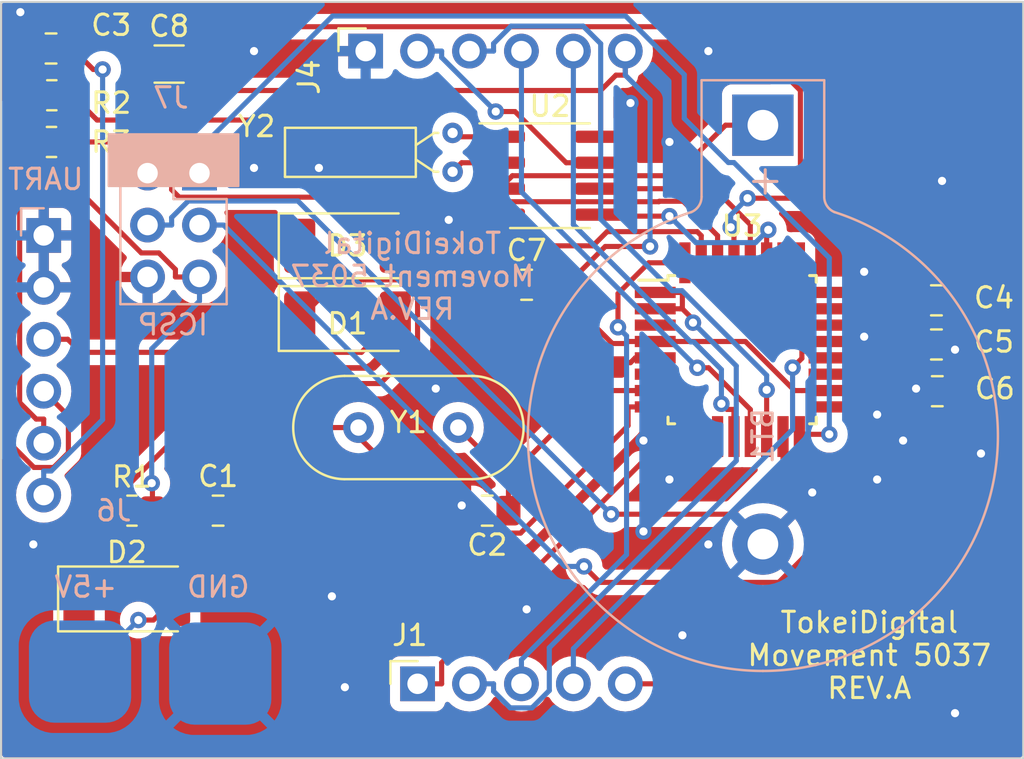
<source format=kicad_pcb>
(kicad_pcb (version 20221018) (generator pcbnew)
  (layers (0 "F.Cu" signal) (31 "B.Cu" signal) (34 "B.Paste" user) (35 "F.Paste" user) (36 "B.SilkS" user "B.Silkscreen") (37 "F.SilkS" user "F.Silkscreen") (38 "B.Mask" user) (39 "F.Mask" user) (44 "Edge.Cuts" user))
  (net 0 "")
  (net 1 "Net-(BT1-+)")
  (net 2 "GND")
  (net 3 "/RST")
  (net 4 "+5V")
  (net 5 "Net-(D1-A)")
  (net 6 "Net-(D2-A)")
  (net 7 "Net-(D3-A)")
  (net 8 "/BTNC")
  (net 9 "/BTNB")
  (net 10 "/BTNA")
  (net 11 "/TIMEC")
  (net 12 "/TIMED")
  (net 13 "Net-(J7-MISO)")
  (net 14 "Net-(J7-SCK)")
  (net 15 "Net-(J7-MOSI)")
  (net 16 "/SDA")
  (net 17 "/SCL")
  (net 18 "Net-(U2-X1)")
  (net 19 "Net-(U2-X2)")
  (net 20 "/1HZ")
  (net 21 "Net-(U3-XTAL2{slash}PB7)")
  (net 22 "Net-(U3-XTAL1{slash}PB6)")
  (net 23 "Net-(U3-AREF)")
  (net 24 "/WS2812_D")
  (net 25 "/TM1637_CLK")
  (net 26 "/TM1637_DIO")
  (net 27 "Net-(U3-PD0)")
  (net 28 "Net-(U3-PD1)")
  (net 37 "Net-(J6-Pin_5)")
  (net 38 "Net-(J6-Pin_4)")
  (net 39 "Net-(J6-Pin_6)")
  (footprint "ClockIt:D_2010" (layer "F.Cu") (at 83.947 74.93)
    (fp_text reference "D3" (at 0 0) (layer "F.SilkS"))
    (fp_text value "1N5817")
    (fp_line (start -3.36 -1.585) (end -3.36 1.585) (stroke (width 0.12)) (layer "F.SilkS"))
    (fp_line (start -3.36 1.585) (end 2.5 1.585) (stroke (width 0.12)) (layer "F.SilkS"))
    (fp_line (start 2.5 -1.585) (end -3.36 -1.585) (stroke (width 0.12)) (layer "F.SilkS"))
    (pad "1" smd roundrect locked (at -2.3375 0) (size 1.525 2.65) (layers "F.Cu" "F.Paste" "F.Mask") (roundrect_rratio 0.1639337705) (net 4 "+5V"))
    (pad "2" smd roundrect locked (at 2.3375 0) (size 1.525 2.65) (layers "F.Cu" "F.Paste" "F.Mask") (roundrect_rratio 0.1639337705) (net 7 "Net-(D3-A)"))
  )
  (footprint "ClockIt:PIN 1x05" (layer "F.Cu") (at 87.376 96.354 90)
    (fp_text reference "J1" (at 2.374 -0.381 180) (layer "F.SilkS"))
    (fp_text value "Pin 1x5")
    (fp_line (start 0 -1.33) (end 1.11 -1.33) (stroke (width 0.12)) (layer "F.SilkS"))
    (fp_line (start 1.11 -1.33) (end 1.11 0) (stroke (width 0.12)) (layer "F.SilkS"))
    (pad "1" thru_hole rect locked (at 0 0 90) (size 1.7 1.7) (drill 1) (layers "*.Cu" "*.Mask") (net 24 "/WS2812_D"))
    (pad "2" thru_hole oval locked (at 0 2.54 90) (size 1.7 1.7) (drill 1) (layers "*.Cu" "*.Mask") (net 25 "/TM1637_CLK"))
    (pad "3" thru_hole oval locked (at 0 5.08 90) (size 1.7 1.7) (drill 1) (layers "*.Cu" "*.Mask") (net 26 "/TM1637_DIO"))
    (pad "4" thru_hole oval locked (at 0 7.62 90) (size 1.7 1.7) (drill 1) (layers "*.Cu" "*.Mask") (net 11 "/TIMEC"))
    (pad "5" thru_hole oval locked (at 0 10.16 90) (size 1.7 1.7) (drill 1) (layers "*.Cu" "*.Mask") (net 12 "/TIMED"))
  )
  (footprint "ClockIt:C_1206" (layer "F.Cu") (at 75.2225 66.04)
    (fp_text reference "C8" (at 0 -1.85) (layer "F.SilkS"))
    (fp_text value "10uF")
    (fp_line (start -0.711252 -0.91) (end 0.711252 -0.91) (stroke (width 0.12)) (layer "F.SilkS"))
    (fp_line (start -0.711252 0.91) (end 0.711252 0.91) (stroke (width 0.12)) (layer "F.SilkS"))
    (pad "1" smd roundrect locked (at -1.5625 0) (size 1.325 1.8) (layers "F.Cu" "F.Paste" "F.Mask") (roundrect_rratio 0.1886792453) (net 4 "+5V"))
    (pad "2" smd roundrect locked (at 1.5625 0) (size 1.325 1.8) (layers "F.Cu" "F.Paste" "F.Mask") (roundrect_rratio 0.1886792453) (net 2 "GND"))
  )
  (footprint "ClockIt:Crystal Horizontal" (layer "F.Cu") (at 89.09 69.408 -90)
    (fp_text reference "Y2" (at -0.32 9.588) (layer "F.SilkS"))
    (fp_text value "32.768KHz")
    (fp_line (start -0.25 1.8) (end -0.25 8.2) (stroke (width 0.12)) (layer "F.SilkS"))
    (fp_line (start -0.25 8.2) (end 2.15 8.2) (stroke (width 0.12)) (layer "F.SilkS"))
    (fp_line (start 0 0.9) (end 0 0.7) (stroke (width 0.12)) (layer "F.SilkS"))
    (fp_line (start 0.6 1.8) (end 0 0.9) (stroke (width 0.12)) (layer "F.SilkS"))
    (fp_line (start 1.3 1.8) (end 1.9 0.9) (stroke (width 0.12)) (layer "F.SilkS"))
    (fp_line (start 1.9 0.9) (end 1.9 0.7) (stroke (width 0.12)) (layer "F.SilkS"))
    (fp_line (start 2.15 1.8) (end -0.25 1.8) (stroke (width 0.12)) (layer "F.SilkS"))
    (fp_line (start 2.15 8.2) (end 2.15 1.8) (stroke (width 0.12)) (layer "F.SilkS"))
    (pad "1" thru_hole circle locked (at 0 0 270) (size 1 1) (drill 0.5) (layers "*.Cu" "*.Mask") (net 18 "Net-(U2-X1)"))
    (pad "2" thru_hole circle locked (at 1.9 0 270) (size 1 1) (drill 0.5) (layers "*.Cu" "*.Mask") (net 19 "Net-(U2-X2)"))
  )
  (footprint "ClockIt:C_0805" (layer "F.Cu") (at 90.7835 87.884 180)
    (fp_text reference "C2" (at 0 -1.68 180) (layer "F.SilkS"))
    (fp_text value "22p")
    (fp_line (start -0.261252 -0.735) (end 0.261252 -0.735) (stroke (width 0.12)) (layer "F.SilkS"))
    (fp_line (start -0.261252 0.735) (end 0.261252 0.735) (stroke (width 0.12)) (layer "F.SilkS"))
    (pad "1" smd roundrect locked (at -1.0375 0 180) (size 1.175 1.45) (layers "F.Cu" "F.Paste" "F.Mask") (roundrect_rratio 0.2127659574) (net 22 "Net-(U3-XTAL1{slash}PB6)"))
    (pad "2" smd roundrect locked (at 1.0375 0 180) (size 1.175 1.45) (layers "F.Cu" "F.Paste" "F.Mask") (roundrect_rratio 0.2127659574) (net 2 "GND"))
  )
  (footprint "ClockIt:C_0805" (layer "F.Cu") (at 77.6185 87.884)
    (fp_text reference "C1" (at 0 -1.68) (layer "F.SilkS"))
    (fp_text value "22p")
    (fp_line (start -0.261252 -0.735) (end 0.261252 -0.735) (stroke (width 0.12)) (layer "F.SilkS"))
    (fp_line (start -0.261252 0.735) (end 0.261252 0.735) (stroke (width 0.12)) (layer "F.SilkS"))
    (pad "1" smd roundrect locked (at -1.0375 0) (size 1.175 1.45) (layers "F.Cu" "F.Paste" "F.Mask") (roundrect_rratio 0.2127659574) (net 21 "Net-(U3-XTAL2{slash}PB7)"))
    (pad "2" smd roundrect locked (at 1.0375 0) (size 1.175 1.45) (layers "F.Cu" "F.Paste" "F.Mask") (roundrect_rratio 0.2127659574) (net 2 "GND"))
  )
  (footprint "ClockIt:C_0805" (layer "F.Cu") (at 69.4475 65.278)
    (fp_text reference "C3" (at 2.9425 -1.143) (layer "F.SilkS"))
    (fp_text value "100nF")
    (fp_line (start -0.261252 -0.735) (end 0.261252 -0.735) (stroke (width 0.12)) (layer "F.SilkS"))
    (fp_line (start -0.261252 0.735) (end 0.261252 0.735) (stroke (width 0.12)) (layer "F.SilkS"))
    (pad "1" smd roundrect locked (at -1.0375 0) (size 1.175 1.45) (layers "F.Cu" "F.Paste" "F.Mask") (roundrect_rratio 0.2127659574) (net 3 "/RST"))
    (pad "2" smd roundrect locked (at 1.0375 0) (size 1.175 1.45) (layers "F.Cu" "F.Paste" "F.Mask") (roundrect_rratio 0.2127659574) (net 39 "Net-(J6-Pin_6)"))
  )
  (footprint "ClockIt:C_0805" (layer "F.Cu") (at 112.7545 79.756)
    (fp_text reference "C5" (at 2.8155 -0.127) (layer "F.SilkS"))
    (fp_text value "100nF")
    (fp_line (start -0.261252 -0.735) (end 0.261252 -0.735) (stroke (width 0.12)) (layer "F.SilkS"))
    (fp_line (start -0.261252 0.735) (end 0.261252 0.735) (stroke (width 0.12)) (layer "F.SilkS"))
    (pad "1" smd roundrect locked (at -1.0375 0) (size 1.175 1.45) (layers "F.Cu" "F.Paste" "F.Mask") (roundrect_rratio 0.2127659574) (net 23 "Net-(U3-AREF)"))
    (pad "2" smd roundrect locked (at 1.0375 0) (size 1.175 1.45) (layers "F.Cu" "F.Paste" "F.Mask") (roundrect_rratio 0.2127659574) (net 2 "GND"))
  )
  (footprint "ClockIt:Crystal Vertical" (layer "F.Cu") (at 84.4865 83.82)
    (fp_text reference "Y1" (at 2.44 -0.254) (layer "F.SilkS"))
    (fp_text value "16MHz")
    (fp_line (start -0.685 -2.525) (end 5.565 -2.525) (stroke (width 0.12)) (layer "F.SilkS"))
    (fp_line (start -0.685 2.525) (end 5.565 2.525) (stroke (width 0.12)) (layer "F.SilkS"))
    (fp_arc (start -0.685 2.525) (mid -3.21 0) (end -0.685 -2.525) (stroke (width 0.12)) (layer "F.SilkS"))
    (fp_arc (start 5.565 -2.525) (mid 8.09 0) (end 5.565 2.525) (stroke (width 0.12)) (layer "F.SilkS"))
    (pad "1" thru_hole circle locked (at 0 0) (size 1.5 1.5) (drill 0.8) (layers "*.Cu" "*.Mask") (net 21 "Net-(U3-XTAL2{slash}PB7)"))
    (pad "2" thru_hole circle locked (at 4.88 0) (size 1.5 1.5) (drill 0.8) (layers "*.Cu" "*.Mask") (net 22 "Net-(U3-XTAL1{slash}PB6)"))
  )
  (footprint "ClockIt:D_2010" (layer "F.Cu") (at 83.947 78.486)
    (fp_text reference "D1" (at 0 0.254) (layer "F.SilkS"))
    (fp_text value "1N5817")
    (fp_line (start -3.36 -1.585) (end -3.36 1.585) (stroke (width 0.12)) (layer "F.SilkS"))
    (fp_line (start -3.36 1.585) (end 2.5 1.585) (stroke (width 0.12)) (layer "F.SilkS"))
    (fp_line (start 2.5 -1.585) (end -3.36 -1.585) (stroke (width 0.12)) (layer "F.SilkS"))
    (pad "1" smd roundrect locked (at -2.3375 0) (size 1.525 2.65) (layers "F.Cu" "F.Paste" "F.Mask") (roundrect_rratio 0.1639337705) (net 4 "+5V"))
    (pad "2" smd roundrect locked (at 2.3375 0) (size 1.525 2.65) (layers "F.Cu" "F.Paste" "F.Mask") (roundrect_rratio 0.1639337705) (net 5 "Net-(D1-A)"))
  )
  (footprint "ClockIt:C_0805" (layer "F.Cu") (at 92.71 76.835)
    (fp_text reference "C7" (at 0 -1.68) (layer "F.SilkS"))
    (fp_text value "100nF")
    (fp_line (start -0.261252 -0.735) (end 0.261252 -0.735) (stroke (width 0.12)) (layer "F.SilkS"))
    (fp_line (start -0.261252 0.735) (end 0.261252 0.735) (stroke (width 0.12)) (layer "F.SilkS"))
    (pad "1" smd roundrect locked (at -1.0375 0) (size 1.175 1.45) (layers "F.Cu" "F.Paste" "F.Mask") (roundrect_rratio 0.2127659574) (net 2 "GND"))
    (pad "2" smd roundrect locked (at 1.0375 0) (size 1.175 1.45) (layers "F.Cu" "F.Paste" "F.Mask") (roundrect_rratio 0.2127659574) (net 4 "+5V"))
  )
  (footprint "ClockIt:SOIC-8" (layer "F.Cu") (at 93.853 71.501)
    (fp_text reference "U2" (at 0 -3.4) (layer "F.SilkS"))
    (fp_text value "DS1307")
    (fp_line (start 0 -2.56) (end -3.45 -2.56) (stroke (width 0.12)) (layer "F.SilkS"))
    (fp_line (start 0 -2.56) (end 1.95 -2.56) (stroke (width 0.12)) (layer "F.SilkS"))
    (fp_line (start 0 2.56) (end -1.95 2.56) (stroke (width 0.12)) (layer "F.SilkS"))
    (fp_line (start 0 2.56) (end 1.95 2.56) (stroke (width 0.12)) (layer "F.SilkS"))
    (pad "1" smd roundrect locked (at -2.475 -1.905) (size 2.5 0.6) (layers "F.Cu" "F.Paste" "F.Mask") (net 18 "Net-(U2-X1)"))
    (pad "2" smd roundrect locked (at -2.475 -0.635) (size 2.5 0.6) (layers "F.Cu" "F.Paste" "F.Mask") (net 19 "Net-(U2-X2)"))
    (pad "3" smd roundrect locked (at -2.475 0.635) (size 2.5 0.6) (layers "F.Cu" "F.Paste" "F.Mask") (net 1 "Net-(BT1-+)"))
    (pad "4" smd roundrect locked (at -2.475 1.905) (size 2.5 0.6) (layers "F.Cu" "F.Paste" "F.Mask") (net 2 "GND"))
    (pad "5" smd roundrect locked (at 2.475 1.905) (size 2.5 0.6) (layers "F.Cu" "F.Paste" "F.Mask") (net 16 "/SDA"))
    (pad "6" smd roundrect locked (at 2.475 0.635) (size 2.5 0.6) (layers "F.Cu" "F.Paste" "F.Mask") (net 17 "/SCL"))
    (pad "7" smd roundrect locked (at 2.475 -0.635) (size 2.5 0.6) (layers "F.Cu" "F.Paste" "F.Mask") (net 20 "/1HZ"))
    (pad "8" smd roundrect locked (at 2.475 -1.905) (size 2.5 0.6) (layers "F.Cu" "F.Paste" "F.Mask") (net 4 "+5V"))
  )
  (footprint "ClockIt:R_0805" (layer "F.Cu") (at 69.485 67.564)
    (fp_text reference "R2" (at 2.905 0.381) (layer "F.SilkS"))
    (fp_text value "10K")
    (fp_line (start -0.227064 -0.735) (end 0.227064 -0.735) (stroke (width 0.12)) (layer "F.SilkS"))
    (fp_line (start -0.227064 0.735) (end 0.227064 0.735) (stroke (width 0.12)) (layer "F.SilkS"))
    (pad "1" smd roundrect locked (at -1 0) (size 1.2 1.4) (layers "F.Cu" "F.Paste" "F.Mask") (roundrect_rratio 0.2083333333) (net 38 "Net-(J6-Pin_4)"))
    (pad "2" smd roundrect locked (at 1 0) (size 1.2 1.4) (layers "F.Cu" "F.Paste" "F.Mask") (roundrect_rratio 0.2083333333) (net 27 "Net-(U3-PD0)"))
  )
  (footprint "ClockIt:TQFP-32" (layer "F.Cu") (at 103.251 80.01)
    (fp_text reference "U3" (at 0 -6.05) (layer "F.SilkS"))
    (fp_text value "ATmega328PB-QFP")
    (fp_line (start -3.625 -3.625) (end -3.625 -3.4) (stroke (width 0.15)) (layer "F.SilkS"))
    (fp_line (start -3.625 -3.625) (end -3.3 -3.625) (stroke (width 0.15)) (layer "F.SilkS"))
    (fp_line (start -3.625 -3.4) (end -5.05 -3.4) (stroke (width 0.15)) (layer "F.SilkS"))
    (fp_line (start -3.625 3.625) (end -3.625 3.3) (stroke (width 0.15)) (layer "F.SilkS"))
    (fp_line (start -3.625 3.625) (end -3.3 3.625) (stroke (width 0.15)) (layer "F.SilkS"))
    (fp_line (start 3.625 -3.625) (end 3.3 -3.625) (stroke (width 0.15)) (layer "F.SilkS"))
    (fp_line (start 3.625 -3.625) (end 3.625 -3.3) (stroke (width 0.15)) (layer "F.SilkS"))
    (fp_line (start 3.625 3.625) (end 3.3 3.625) (stroke (width 0.15)) (layer "F.SilkS"))
    (fp_line (start 3.625 3.625) (end 3.625 3.3) (stroke (width 0.15)) (layer "F.SilkS"))
    (pad "1" smd rect locked (at -4.25 -2.8) (size 2 0.55) (layers "F.Cu" "F.Paste" "F.Mask") (net 25 "/TM1637_CLK"))
    (pad "2" smd rect locked (at -4.25 -2) (size 2 0.55) (layers "F.Cu" "F.Paste" "F.Mask") (net 25 "/TM1637_CLK"))
    (pad "3" smd rect locked (at -4.25 -1.2) (size 2 0.55) (layers "F.Cu" "F.Paste" "F.Mask"))
    (pad "4" smd rect locked (at -4.25 -0.4) (size 2 0.55) (layers "F.Cu" "F.Paste" "F.Mask") (net 4 "+5V"))
    (pad "5" smd rect locked (at -4.25 0.4) (size 2 0.55) (layers "F.Cu" "F.Paste" "F.Mask") (net 2 "GND"))
    (pad "6" smd rect locked (at -4.25 1.2) (size 2 0.55) (layers "F.Cu" "F.Paste" "F.Mask"))
    (pad "7" smd rect locked (at -4.25 2) (size 2 0.55) (layers "F.Cu" "F.Paste" "F.Mask") (net 22 "Net-(U3-XTAL1{slash}PB6)"))
    (pad "8" smd rect locked (at -4.25 2.8) (size 2 0.55) (layers "F.Cu" "F.Paste" "F.Mask") (net 21 "Net-(U3-XTAL2{slash}PB7)"))
    (pad "9" smd rect locked (at -2.8 4.25 90) (size 2 0.55) (layers "F.Cu" "F.Paste" "F.Mask") (net 24 "/WS2812_D"))
    (pad "10" smd rect locked (at -2 4.25 90) (size 2 0.55) (layers "F.Cu" "F.Paste" "F.Mask"))
    (pad "11" smd rect locked (at -1.2 4.25 90) (size 2 0.55) (layers "F.Cu" "F.Paste" "F.Mask"))
    (pad "12" smd rect locked (at -0.4 4.25 90) (size 2 0.55) (layers "F.Cu" "F.Paste" "F.Mask") (net 10 "/BTNA"))
    (pad "13" smd rect locked (at 0.4 4.25 90) (size 2 0.55) (layers "F.Cu" "F.Paste" "F.Mask") (net 9 "/BTNB"))
    (pad "14" smd rect locked (at 1.2 4.25 90) (size 2 0.55) (layers "F.Cu" "F.Paste" "F.Mask") (net 8 "/BTNC"))
    (pad "15" smd rect locked (at 2 4.25 90) (size 2 0.55) (layers "F.Cu" "F.Paste" "F.Mask") (net 15 "Net-(J7-MOSI)"))
    (pad "16" smd rect locked (at 2.8 4.25 90) (size 2 0.55) (layers "F.Cu" "F.Paste" "F.Mask") (net 13 "Net-(J7-MISO)"))
    (pad "17" smd rect locked (at 4.25 2.8) (size 2 0.55) (layers "F.Cu" "F.Paste" "F.Mask") (net 14 "Net-(J7-SCK)"))
    (pad "18" smd rect locked (at 4.25 2) (size 2 0.55) (layers "F.Cu" "F.Paste" "F.Mask") (net 4 "+5V"))
    (pad "19" smd rect locked (at 4.25 1.2) (size 2 0.55) (layers "F.Cu" "F.Paste" "F.Mask"))
    (pad "20" smd rect locked (at 4.25 0.4) (size 2 0.55) (layers "F.Cu" "F.Paste" "F.Mask") (net 23 "Net-(U3-AREF)"))
    (pad "21" smd rect locked (at 4.25 -0.4) (size 2 0.55) (layers "F.Cu" "F.Paste" "F.Mask") (net 2 "GND"))
    (pad "22" smd rect locked (at 4.25 -1.2) (size 2 0.55) (layers "F.Cu" "F.Paste" "F.Mask"))
    (pad "23" smd rect locked (at 4.25 -2) (size 2 0.55) (layers "F.Cu" "F.Paste" "F.Mask") (net 12 "/TIMED"))
    (pad "24" smd rect locked (at 4.25 -2.8) (size 2 0.55) (layers "F.Cu" "F.Paste" "F.Mask") (net 11 "/TIMEC"))
    (pad "25" smd rect locked (at 2.8 -4.25 90) (size 2 0.55) (layers "F.Cu" "F.Paste" "F.Mask"))
    (pad "26" smd rect locked (at 2 -4.25 90) (size 2 0.55) (layers "F.Cu" "F.Paste" "F.Mask"))
    (pad "27" smd rect locked (at 1.2 -4.25 90) (size 2 0.55) (layers "F.Cu" "F.Paste" "F.Mask") (net 16 "/SDA"))
    (pad "28" smd rect locked (at 0.4 -4.25 90) (size 2 0.55) (layers "F.Cu" "F.Paste" "F.Mask") (net 17 "/SCL"))
    (pad "29" smd rect locked (at -0.4 -4.25 90) (size 2 0.55) (layers "F.Cu" "F.Paste" "F.Mask") (net 3 "/RST"))
    (pad "30" smd rect locked (at -1.2 -4.25 90) (size 2 0.55) (layers "F.Cu" "F.Paste" "F.Mask") (net 27 "Net-(U3-PD0)"))
    (pad "31" smd rect locked (at -2 -4.25 90) (size 2 0.55) (layers "F.Cu" "F.Paste" "F.Mask") (net 28 "Net-(U3-PD1)"))
    (pad "32" smd rect locked (at -2.8 -4.25 90) (size 2 0.55) (layers "F.Cu" "F.Paste" "F.Mask") (net 26 "/TM1637_DIO"))
  )
  (footprint "ClockIt:D_2010" (layer "F.Cu") (at 73.152 92.202)
    (fp_text reference "D2" (at 0 -2.28) (layer "F.SilkS"))
    (fp_text value "1N5817")
    (fp_line (start -3.36 -1.585) (end -3.36 1.585) (stroke (width 0.12)) (layer "F.SilkS"))
    (fp_line (start -3.36 1.585) (end 2.5 1.585) (stroke (width 0.12)) (layer "F.SilkS"))
    (fp_line (start 2.5 -1.585) (end -3.36 -1.585) (stroke (width 0.12)) (layer "F.SilkS"))
    (pad "1" smd roundrect locked (at -2.3375 0) (size 1.525 2.65) (layers "F.Cu" "F.Paste" "F.Mask") (roundrect_rratio 0.1639337705) (net 4 "+5V"))
    (pad "2" smd roundrect locked (at 2.3375 0) (size 1.525 2.65) (layers "F.Cu" "F.Paste" "F.Mask") (roundrect_rratio 0.1639337705) (net 6 "Net-(D2-A)"))
  )
  (footprint "ClockIt:R_0805" (layer "F.Cu") (at 73.406 87.884)
    (fp_text reference "R1" (at 0 -1.65) (layer "F.SilkS"))
    (fp_text value "10K")
    (fp_line (start -0.227064 -0.735) (end 0.227064 -0.735) (stroke (width 0.12)) (layer "F.SilkS"))
    (fp_line (start -0.227064 0.735) (end 0.227064 0.735) (stroke (width 0.12)) (layer "F.SilkS"))
    (pad "1" smd roundrect locked (at -1 0) (size 1.2 1.4) (layers "F.Cu" "F.Paste" "F.Mask") (roundrect_rratio 0.2083333333) (net 4 "+5V"))
    (pad "2" smd roundrect locked (at 1 0) (size 1.2 1.4) (layers "F.Cu" "F.Paste" "F.Mask") (roundrect_rratio 0.2083333333) (net 3 "/RST"))
  )
  (footprint "ClockIt:R_0805" (layer "F.Cu") (at 69.469 69.85)
    (fp_text reference "R3" (at 2.921 0) (layer "F.SilkS"))
    (fp_text value "10K")
    (fp_line (start -0.227064 -0.735) (end 0.227064 -0.735) (stroke (width 0.12)) (layer "F.SilkS"))
    (fp_line (start -0.227064 0.735) (end 0.227064 0.735) (stroke (width 0.12)) (layer "F.SilkS"))
    (pad "1" smd roundrect locked (at -1 0) (size 1.2 1.4) (layers "F.Cu" "F.Paste" "F.Mask") (roundrect_rratio 0.2083333333) (net 37 "Net-(J6-Pin_5)"))
    (pad "2" smd roundrect locked (at 1 0) (size 1.2 1.4) (layers "F.Cu" "F.Paste" "F.Mask") (roundrect_rratio 0.2083333333) (net 28 "Net-(U3-PD1)"))
  )
  (footprint "ClockIt:C_0805" (layer "F.Cu") (at 112.7975 82.042)
    (fp_text reference "C6" (at 2.8155 -0.127) (layer "F.SilkS"))
    (fp_text value "100nF")
    (fp_line (start -0.261252 -0.735) (end 0.261252 -0.735) (stroke (width 0.12)) (layer "F.SilkS"))
    (fp_line (start -0.261252 0.735) (end 0.261252 0.735) (stroke (width 0.12)) (layer "F.SilkS"))
    (pad "1" smd roundrect locked (at -1.0375 0) (size 1.175 1.45) (layers "F.Cu" "F.Paste" "F.Mask") (roundrect_rratio 0.2127659574) (net 2 "GND"))
    (pad "2" smd roundrect locked (at 1.0375 0) (size 1.175 1.45) (layers "F.Cu" "F.Paste" "F.Mask") (roundrect_rratio 0.2127659574) (net 4 "+5V"))
  )
  (footprint "ClockIt:PIN 1x06" (layer "F.Cu") (at 84.836 65.405 90)
    (fp_text reference "J4" (at -1.27 -2.77 90) (layer "F.SilkS"))
    (fp_text value "Pin 1x6")
    (fp_line (start 0 -1.33) (end 1.11 -1.33) (stroke (width 0.12)) (layer "F.SilkS"))
    (fp_line (start 1.11 -1.33) (end 1.11 0) (stroke (width 0.12)) (layer "F.SilkS"))
    (pad "1" thru_hole rect locked (at 0 0 90) (size 1.7 1.7) (drill 1) (layers "*.Cu" "*.Mask") (net 2 "GND"))
    (pad "2" thru_hole oval locked (at 0 2.54 90) (size 1.7 1.7) (drill 1) (layers "*.Cu" "*.Mask") (net 20 "/1HZ"))
    (pad "3" thru_hole oval locked (at 0 5.08 90) (size 1.7 1.7) (drill 1) (layers "*.Cu" "*.Mask") (net 8 "/BTNC"))
    (pad "4" thru_hole oval locked (at 0 7.62 90) (size 1.7 1.7) (drill 1) (layers "*.Cu" "*.Mask") (net 9 "/BTNB"))
    (pad "5" thru_hole oval locked (at 0 10.16 90) (size 1.7 1.7) (drill 1) (layers "*.Cu" "*.Mask") (net 10 "/BTNA"))
    (pad "6" thru_hole oval locked (at 0 12.7 90) (size 1.7 1.7) (drill 1) (layers "*.Cu" "*.Mask") (net 4 "+5V"))
  )
  (footprint "ClockIt:C_0805" (layer "F.Cu") (at 112.7545 77.597)
    (fp_text reference "C4" (at 2.8155 -0.127) (layer "F.SilkS"))
    (fp_text value "100nF")
    (fp_line (start -0.261252 -0.735) (end 0.261252 -0.735) (stroke (width 0.12)) (layer "F.SilkS"))
    (fp_line (start -0.261252 0.735) (end 0.261252 0.735) (stroke (width 0.12)) (layer "F.SilkS"))
    (pad "1" smd roundrect locked (at -1.0375 0) (size 1.175 1.45) (layers "F.Cu" "F.Paste" "F.Mask") (roundrect_rratio 0.2127659574) (net 3 "/RST"))
    (pad "2" smd roundrect locked (at 1.0375 0) (size 1.175 1.45) (layers "F.Cu" "F.Paste" "F.Mask") (roundrect_rratio 0.2127659574) (net 2 "GND"))
  )
  (footprint "ClockIt:Power Pin" (layer "B.Cu") (at 70.866 95.758 180)
    (fp_text reference "J8" hide)
    (fp_text value "PowerPad")
    (pad "1" smd roundrect locked (at 0 0 180) (size 5 5) (layers "B.Cu" "B.Paste" "B.Mask") (net 6 "Net-(D2-A)"))
  )
  (footprint "ClockIt:Power Pin" (layer "B.Cu") (at 77.724 95.854 180)
    (fp_text reference "J5" hide)
    (fp_text value "PowerPad")
    (pad "1" smd roundrect locked (at 0 0 180) (size 5 5) (layers "B.Cu" "B.Paste" "B.Mask") (net 2 "GND"))
  )
  (footprint "ClockIt:PIN 1x06" (layer "B.Cu") (at 69.088 74.422 180)
    (fp_text reference locked "J6" (at -3.429 -13.462) (layer "B.SilkS") (effects (justify mirror)))
    (fp_text value "Pin 1x6" hide)
    (fp_line (start 0 1.33) (end 1.11 1.33) (stroke (width 0.12)) (layer "B.SilkS"))
    (fp_line (start 1.11 1.33) (end 1.11 0) (stroke (width 0.12)) (layer "B.SilkS"))
    (pad "1" thru_hole rect locked (at 0 0 180) (size 1.7 1.7) (drill 1) (layers "*.Cu" "*.Mask") (net 2 "GND"))
    (pad "2" thru_hole oval locked (at 0 -2.54 180) (size 1.7 1.7) (drill 1) (layers "*.Cu" "*.Mask") (net 2 "GND"))
    (pad "3" thru_hole oval locked (at 0 -5.08 180) (size 1.7 1.7) (drill 1) (layers "*.Cu" "*.Mask") (net 5 "Net-(D1-A)"))
    (pad "4" thru_hole oval locked (at 0 -7.62 180) (size 1.7 1.7) (drill 1) (layers "*.Cu" "*.Mask") (net 38 "Net-(J6-Pin_4)"))
    (pad "5" thru_hole oval locked (at 0 -10.16 180) (size 1.7 1.7) (drill 1) (layers "*.Cu" "*.Mask") (net 37 "Net-(J6-Pin_5)"))
    (pad "6" thru_hole oval locked (at 0 -12.7 180) (size 1.7 1.7) (drill 1) (layers "*.Cu" "*.Mask") (net 39 "Net-(J6-Pin_6)"))
  )
  (footprint "ClockIt:CR2032 Holder" (layer "B.Cu") (at 104.267 69.03 -90)
    (fp_text reference locked "BT1" (at 15.199956 -0.000011 90) (layer "B.SilkS") (effects (justify mirror)))
    (fp_text value "CR3032 Holder")
    (fp_text user locked "+" (at 2.75 0 90) (layer "B.SilkS") (effects (font (size 1.5 1.5)) (justify mirror)))
    (fp_line (start -2.2 -3) (end -2.2 3) (stroke (width 0.12)) (layer "B.SilkS"))
    (fp_line (start -2.2 -3) (end 3.5 -3) (stroke (width 0.12)) (layer "B.SilkS"))
    (fp_line (start -2.2 3) (end 3.5 3) (stroke (width 0.12)) (layer "B.SilkS"))
    (fp_arc (start 3.5 3) (mid 3.950694 3.136459) (end 4.25 3.5) (stroke (width 0.12)) (layer "B.SilkS"))
    (fp_arc (start 4.25 -3.5) (mid 3.950694 -3.136459) (end 3.5 -3) (stroke (width 0.12)) (layer "B.SilkS"))
    (fp_arc (start 4.25 -3.5) (mid 16.971103 -11.358466) (end 26.695671 0) (stroke (width 0.12)) (layer "B.SilkS"))
    (fp_arc (start 26.695671 0) (mid 16.971103 11.358466) (end 4.25 3.5) (stroke (width 0.12)) (layer "B.SilkS"))
    (pad "1" thru_hole rect locked (at 0 0 270) (size 3 3) (drill 1.5) (layers "*.Cu" "*.Mask") (net 1 "Net-(BT1-+)"))
    (pad "2" thru_hole circle locked (at 20.49 0 270) (size 3 3) (drill 1.5) (layers "*.Cu" "*.Mask") (net 2 "GND"))
  )
  (footprint "ClockIt:PIN 2x03" (layer "B.Cu") (at 76.708 71.374 180)
    (fp_text reference locked "J7" (at 1.397 3.683) (layer "B.SilkS") (effects (justify mirror)))
    (fp_text value "AVR-ISP" hide)
    (fp_line (start -1.33 -6.41) (end 3.87 -6.41) (stroke (width 0.12)) (layer "B.SilkS"))
    (fp_line (start -1.33 -1.27) (end -1.33 -6.41) (stroke (width 0.12)) (layer "B.SilkS"))
    (fp_line (start -1.33 -1.27) (end 1.27 -1.27) (stroke (width 0.12)) (layer "B.SilkS"))
    (fp_line (start -1.33 0) (end -1.33 1.33) (stroke (width 0.12)) (layer "B.SilkS"))
    (fp_line (start -1.33 1.33) (end 0 1.33) (stroke (width 0.12)) (layer "B.SilkS"))
    (fp_line (start 1.27 -1.27) (end 1.27 1.33) (stroke (width 0.12)) (layer "B.SilkS"))
    (fp_line (start 1.27 1.33) (end 3.87 1.33) (stroke (width 0.12)) (layer "B.SilkS"))
    (fp_line (start 3.87 1.33) (end 3.87 -6.41) (stroke (width 0.12)) (layer "B.SilkS"))
    (fp_rect (start -1.905 1.905) (end 4.445 -0.635) (stroke (width 0.1)) (fill solid) (layer "B.SilkS"))
    (pad "1" thru_hole rect locked (at 0 0 180) (size 1.7 1.7) (drill 1) (layers "*.Cu" "*.Mask") (net 13 "Net-(J7-MISO)"))
    (pad "2" thru_hole oval locked (at 2.54 0 180) (size 1.7 1.7) (drill 1) (layers "*.Cu" "*.Mask") (net 7 "Net-(D3-A)"))
    (pad "3" thru_hole oval locked (at 0 -2.54 180) (size 1.7 1.7) (drill 1) (layers "*.Cu" "*.Mask") (net 14 "Net-(J7-SCK)"))
    (pad "4" thru_hole oval locked (at 2.54 -2.54 180) (size 1.7 1.7) (drill 1) (layers "*.Cu" "*.Mask") (net 15 "Net-(J7-MOSI)"))
    (pad "5" thru_hole oval locked (at 0 -5.08 180) (size 1.7 1.7) (drill 1) (layers "*.Cu" "*.Mask") (net 3 "/RST"))
    (pad "6" thru_hole oval locked (at 2.54 -5.08 180) (size 1.7 1.7) (drill 1) (layers "*.Cu" "*.Mask") (net 2 "GND"))
  )
  (gr_rect (start 67 63) (end 117 100) (stroke (width 0.1)) (fill none) (layer "Edge.Cuts"))
  (gr_text locked "+5V" (at 72.771 92.202) (layer "B.SilkS") (effects (font (size 1 1)) (justify left bottom mirror)))
  (gr_text locked "GND" (at 79.248 92.202) (layer "B.SilkS") (effects (font (size 1 1)) (justify left bottom mirror)))
  (gr_text locked "TokeiDigital\nMovement 5037\nREV.A" (at 87.122 78.613) (layer "B.SilkS") (effects (font (size 1 1)) (justify bottom mirror)))
  (gr_text locked "UART" (at 71.12 72.263) (layer "B.SilkS") (effects (font (size 1 1)) (justify left bottom mirror)))
  (gr_text locked "ICSP" (at 77.216 79.375) (layer "B.SilkS") (effects (font (size 1 1)) (justify left bottom mirror)))
  (gr_text "TokeiDigital\nMovement 5037\nREV.A" (at 109.474 97.155) (layer "F.SilkS") (effects (font (size 1 1)) (justify bottom)))
  (segment (start 92.013 71.501) (end 91.378 72.136) (width 0.25) (layer "F.Cu") (net 1))
  (segment (start 99.9691 71.501) (end 92.013 71.501) (width 0.25) (layer "F.Cu") (net 1))
  (segment (start 102.4401 69.03) (end 99.9691 71.501) (width 0.25) (layer "F.Cu") (net 1))
  (segment (start 104.267 69.03) (end 102.4401 69.03) (width 0.25) (layer "F.Cu") (net 1))
  (segment (start 88.9 73.66) (end 91.124 73.66) (width 0.25) (layer "F.Cu") (net 2))
  (segment (start 99.001 80.41) (end 98.025 80.41) (width 0.25) (layer "F.Cu") (net 2))
  (segment (start 97.79 80.645) (end 95.885 80.645) (width 0.25) (layer "F.Cu") (net 2))
  (segment (start 98.025 80.41) (end 97.79 80.645) (width 0.25) (layer "F.Cu") (net 2))
  (segment (start 91.124 73.66) (end 91.378 73.406) (width 0.25) (layer "F.Cu") (net 2))
  (segment (start 108.985 79.61) (end 109.22 79.375) (width 0.25) (layer "F.Cu") (net 2))
  (segment (start 107.501 79.61) (end 108.985 79.61) (width 0.25) (layer "F.Cu") (net 2))
  (via (at 106.68 86.995) (size 0.8) (drill 0.4) (layers "F.Cu" "B.Cu") (net 2))
  (via (at 99.695 86.36) (size 0.8) (drill 0.4) (layers "F.Cu" "B.Cu") (net 2))
  (via (at 101.6 89.535) (size 0.8) (drill 0.4) (layers "F.Cu" "B.Cu") (net 2))
  (via (at 109.22 79.375) (size 0.8) (drill 0.4) (layers "F.Cu" "B.Cu") (net 2))
  (via (at 67.945 63.5) (size 0.8) (drill 0.4) (layers "F.Cu" "B.Cu") (net 2))
  (via (at 83.185 92.075) (size 0.8) (drill 0.4) (layers "F.Cu" "B.Cu") (net 2))
  (via (at 113.03 71.755) (size 0.8) (drill 0.4) (layers "F.Cu" "B.Cu") (net 2))
  (via (at 113.665 97.79) (size 0.8) (drill 0.4) (layers "F.Cu" "B.Cu") (net 2))
  (via (at 79.375 65.405) (size 0.8) (drill 0.4) (layers "F.Cu" "B.Cu") (net 2))
  (via (at 109.855 83.185) (size 0.8) (drill 0.4) (layers "F.Cu" "B.Cu") (net 2))
  (via (at 68.58 89.535) (size 0.8) (drill 0.4) (layers "F.Cu" "B.Cu") (net 2))
  (via (at 88.9 73.66) (size 0.8) (drill 0.4) (layers "F.Cu" "B.Cu") (net 2))
  (via (at 92.71 92.71) (size 0.8) (drill 0.4) (layers "F.Cu" "B.Cu") (net 2))
  (via (at 83.82 96.52) (size 0.8) (drill 0.4) (layers "F.Cu" "B.Cu") (net 2))
  (via (at 109.855 86.36) (size 0.8) (drill 0.4) (layers "F.Cu" "B.Cu") (net 2))
  (via (at 114.935 85.09) (size 0.8) (drill 0.4) (layers "F.Cu" "B.Cu") (net 2))
  (via (at 97.79 67.945) (size 0.8) (drill 0.4) (layers "F.Cu" "B.Cu") (net 2))
  (via (at 100.33 93.98) (size 0.8) (drill 0.4) (layers "F.Cu" "B.Cu") (net 2))
  (via (at 99.695 69.85) (size 0.8) (drill 0.4) (layers "F.Cu" "B.Cu") (net 2))
  (via (at 79.375 71.12) (size 0.8) (drill 0.4) (layers "F.Cu" "B.Cu") (net 2))
  (via (at 113.665 80.01) (size 0.8) (drill 0.4) (layers "F.Cu" "B.Cu") (net 2))
  (via (at 109.22 76.2) (size 0.8) (drill 0.4) (layers "F.Cu" "B.Cu") (net 2))
  (via (at 98.425 84.455) (size 0.8) (drill 0.4) (layers "F.Cu" "B.Cu") (net 2))
  (via (at 111.76 81.915) (size 0.8) (drill 0.4) (layers "F.Cu" "B.Cu") (net 2))
  (via (at 98.425 88.9) (size 0.8) (drill 0.4) (layers "F.Cu" "B.Cu") (net 2))
  (via (at 82.55 71.12) (size 0.8) (drill 0.4) (layers "F.Cu" "B.Cu") (net 2))
  (via (at 89.535 87.63) (size 0.8) (drill 0.4) (layers "F.Cu" "B.Cu") (net 2))
  (via (at 111.125 84.455) (size 0.8) (drill 0.4) (layers "F.Cu" "B.Cu") (net 2))
  (via (at 101.6 65.405) (size 0.8) (drill 0.4) (layers "F.Cu" "B.Cu") (net 2))
  (via (at 88.265 81.915) (size 0.8) (drill 0.4) (layers "F.Cu" "B.Cu") (net 2))
  (segment (start 69.485 66.1548) (end 68.6921 65.3619) (width 0.25) (layer "F.Cu") (net 3))
  (segment (start 73.8624 75.2771) (end 69.485 70.8997) (width 0.25) (layer "F.Cu") (net 3))
  (segment (start 106.1015 72.6015) (end 103.5172 72.6015) (width 0.25) (layer "F.Cu") (net 3))
  (segment (start 111.717 77.597) (end 106.7215 72.6015) (width 0.25) (layer "F.Cu") (net 3))
  (segment (start 102.6904 74.025) (end 102.851 74.1856) (width 0.25) (layer "F.Cu") (net 3))
  (segment (start 106.7215 72.6015) (end 106.1015 72.6015) (width 0.25) (layer "F.Cu") (net 3))
  (segment (start 102.851 74.1856) (end 102.851 75.76) (width 0.25) (layer "F.Cu") (net 3))
  (segment (start 75.5311 76.454) (end 75.5311 76.0861) (width 0.25) (layer "F.Cu") (net 3))
  (segment (start 76.708 76.454) (end 75.5311 76.454) (width 0.25) (layer "F.Cu") (net 3))
  (segment (start 74.406 86.5737) (end 74.3716 86.5393) (width 0.25) (layer "F.Cu") (net 3))
  (segment (start 106.1015 72.6015) (end 106.1015 67.3339) (width 0.25) (layer "F.Cu") (net 3))
  (segment (start 74.406 87.884) (end 74.406 86.5737) (width 0.25) (layer "F.Cu") (net 3))
  (segment (start 69.485 70.8997) (end 69.485 66.1548) (width 0.25) (layer "F.Cu") (net 3))
  (segment (start 106.1015 67.3339) (end 102.9803 64.2127) (width 0.25) (layer "F.Cu") (net 3))
  (segment (start 102.9803 64.2127) (end 69.8413 64.2127) (width 0.25) (layer "F.Cu") (net 3))
  (segment (start 69.8413 64.2127) (end 68.6921 65.3619) (width 0.25) (layer "F.Cu") (net 3))
  (segment (start 75.5311 76.0861) (end 74.7221 75.2771) (width 0.25) (layer "F.Cu") (net 3))
  (segment (start 74.7221 75.2771) (end 73.8624 75.2771) (width 0.25) (layer "F.Cu") (net 3))
  (segment (start 68.6921 65.3619) (end 68.6082 65.278) (width 0.25) (layer "F.Cu") (net 3))
  (segment (start 68.6082 65.278) (end 68.41 65.278) (width 0.25) (layer "F.Cu") (net 3))
  (via (at 74.3716 86.5393) (size 0.8) (drill 0.4) (layers "F.Cu" "B.Cu") (net 3))
  (via (at 103.5172 72.6015) (size 0.8) (drill 0.4) (layers "F.Cu" "B.Cu") (net 3))
  (via (at 102.6904 74.025) (size 0.8) (drill 0.4) (layers "F.Cu" "B.Cu") (net 3))
  (segment (start 102.6904 73.4283) (end 102.6904 74.025) (width 0.25) (layer "B.Cu") (net 3))
  (segment (start 76.708 77.6309) (end 74.3716 79.9673) (width 0.25) (layer "B.Cu") (net 3))
  (segment (start 76.708 76.454) (end 76.708 77.6309) (width 0.25) (layer "B.Cu") (net 3))
  (segment (start 74.3716 79.9673) (end 74.3716 86.5393) (width 0.25) (layer "B.Cu") (net 3))
  (segment (start 103.5172 72.6015) (end 102.6904 73.4283) (width 0.25) (layer "B.Cu") (net 3))
  (segment (start 99.001 79.61) (end 103.4127 79.61) (width 0.25) (layer "F.Cu") (net 4))
  (segment (start 98.7472 74.9619) (end 96.5572 74.9619) (width 0.25) (layer "F.Cu") (net 4))
  (segment (start 72.406 87.884) (end 72.406 87.4546) (width 0.25) (layer "F.Cu") (net 4))
  (segment (start 103.4127 79.61) (end 105.8127 82.01) (width 0.25) (layer "F.Cu") (net 4))
  (segment (start 96.5572 74.9619) (end 94.6841 76.835) (width 0.25) (layer "F.Cu") (net 4))
  (segment (start 78.1931 81.6675) (end 85.5505 81.6675) (width 0.25) (layer "F.Cu") (net 4))
  (segment (start 96.328 67.3328) (end 74.9528 67.3328) (width 0.25) (layer "F.Cu") (net 4))
  (segment (start 113.835 82.042) (end 112.7413 80.9483) (width 0.25) (layer "F.Cu") (net 4))
  (segment (start 88.1868 75.7817) (end 87.3749 76.5936) (width 0.25) (layer "F.Cu") (net 4))
  (segment (start 70.8145 92.202) (end 72.406 90.6105) (width 0.25) (layer "F.Cu") (net 4))
  (segment (start 112.7413 80.9483) (end 111.1616 80.9483) (width 0.25) (layer "F.Cu") (net 4))
  (segment (start 74.9528 67.3328) (end 73.66 66.04) (width 0.25) (layer "F.Cu") (net 4))
  (segment (start 81.6095 78.486) (end 83.0355 77.06) (width 0.25) (layer "F.Cu") (net 4))
  (segment (start 85.5505 81.6675) (end 87.3749 79.8431) (width 0.25) (layer "F.Cu") (net 4))
  (segment (start 87.3749 79.8431) (end 87.3749 76.5936) (width 0.25) (layer "F.Cu") (net 4))
  (segment (start 96.328 67.3328) (end 96.328 69.596) (width 0.25) (layer "F.Cu") (net 4))
  (segment (start 94.6841 76.835) (end 94.6841 77.492) (width 0.25) (layer "F.Cu") (net 4))
  (segment (start 97.536 65.405) (end 97.536 66.5819) (width 0.25) (layer "F.Cu") (net 4))
  (segment (start 110.0999 82.01) (end 107.501 82.01) (width 0.25) (layer "F.Cu") (net 4))
  (segment (start 111.1616 80.9483) (end 110.0999 82.01) (width 0.25) (layer "F.Cu") (net 4))
  (segment (start 72.406 90.6105) (end 72.406 87.884) (width 0.25) (layer "F.Cu") (net 4))
  (segment (start 92.6942 75.7817) (end 88.1868 75.7817) (width 0.25) (layer "F.Cu") (net 4))
  (segment (start 99.001 79.61) (end 97.6741 79.61) (width 0.25) (layer "F.Cu") (net 4))
  (segment (start 107.501 82.01) (end 106.1741 82.01) (width 0.25) (layer "F.Cu") (net 4))
  (segment (start 94.6841 76.835) (end 93.7475 76.835) (width 0.25) (layer "F.Cu") (net 4))
  (segment (start 96.9011 79.709) (end 97.5751 79.709) (width 0.25) (layer "F.Cu") (net 4))
  (segment (start 87.3749 76.5936) (end 83.0355 76.5936) (width 0.25) (layer "F.Cu") (net 4))
  (segment (start 97.0789 66.5819) (end 96.328 67.3328) (width 0.25) (layer "F.Cu") (net 4))
  (segment (start 97.536 66.5819) (end 97.0789 66.5819) (width 0.25) (layer "F.Cu") (net 4))
  (segment (start 72.406 87.4546) (end 78.1931 81.6675) (width 0.25) (layer "F.Cu") (net 4))
  (segment (start 83.0355 76.356) (end 81.6095 74.93) (width 0.25) (layer "F.Cu") (net 4))
  (segment (start 83.0355 77.06) (end 83.0355 76.5936) (width 0.25) (layer "F.Cu") (net 4))
  (segment (start 93.7475 76.835) (end 92.6942 75.7817) (width 0.25) (layer "F.Cu") (net 4))
  (segment (start 94.6841 77.492) (end 96.9011 79.709) (width 0.25) (layer "F.Cu") (net 4))
  (segment (start 105.8127 82.01) (end 106.1741 82.01) (width 0.25) (layer "F.Cu") (net 4))
  (segment (start 83.0355 76.5936) (end 83.0355 76.356) (width 0.25) (layer "F.Cu") (net 4))
  (segment (start 97.5751 79.709) (end 97.6741 79.61) (width 0.25) (layer "F.Cu") (net 4))
  (via (at 98.7472 74.9619) (size 0.8) (drill 0.4) (layers "F.Cu" "B.Cu") (net 4))
  (segment (start 97.536 65.405) (end 97.536 66.5819) (width 0.25) (layer "B.Cu") (net 4))
  (segment (start 97.536 66.5819) (end 98.7472 67.7931) (width 0.25) (layer "B.Cu") (net 4))
  (segment (start 98.7472 67.7931) (end 98.7472 74.9619) (width 0.25) (layer "B.Cu") (net 4))
  (segment (start 84.6304 80.1401) (end 70.903 80.1401) (width 0.25) (layer "F.Cu") (net 5))
  (segment (start 86.2845 78.486) (end 84.6304 80.1401) (width 0.25) (layer "F.Cu") (net 5))
  (segment (start 70.903 80.1401) (end 70.2649 79.502) (width 0.25) (layer "F.Cu") (net 5))
  (segment (start 69.088 79.502) (end 70.2649 79.502) (width 0.25) (layer "F.Cu") (net 5))
  (segment (start 73.7186 93.235) (end 74.4565 93.235) (width 0.25) (layer "F.Cu") (net 6))
  (segment (start 74.4565 93.235) (end 75.4895 92.202) (width 0.25) (layer "F.Cu") (net 6))
  (via (at 73.7186 93.235) (size 0.8) (drill 0.4) (layers "F.Cu" "B.Cu") (net 6))
  (segment (start 70.866 95.758) (end 71.1956 95.758) (width 0.25) (layer "B.Cu") (net 6))
  (segment (start 71.1956 95.758) (end 73.7186 93.235) (width 0.25) (layer "B.Cu") (net 6))
  (segment (start 83.9054 72.5509) (end 86.2845 74.93) (width 0.25) (layer "F.Cu") (net 7))
  (segment (start 75.7126 72.5509) (end 83.9054 72.5509) (width 0.25) (layer "F.Cu") (net 7))
  (segment (start 74.168 71.374) (end 75.3449 71.374) (width 0.25) (layer "F.Cu") (net 7))
  (segment (start 75.3449 72.1832) (end 75.7126 72.5509) (width 0.25) (layer "F.Cu") (net 7))
  (segment (start 75.3449 71.374) (end 75.3449 72.1832) (width 0.25) (layer "F.Cu") (net 7))
  (segment (start 104.451 81.9744) (end 104.451 84.26) (width 0.25) (layer "F.Cu") (net 8))
  (via (at 104.451 81.9744) (size 0.8) (drill 0.4) (layers "F.Cu" "B.Cu") (net 8))
  (segment (start 91.0929 65.0372) (end 91.9459 64.1842) (width 0.25) (layer "B.Cu") (net 8))
  (segment (start 91.0929 65.405) (end 91.0929 65.0372) (width 0.25) (layer "B.Cu") (net 8))
  (segment (start 100.3119 77.1243) (end 104.451 81.2634) (width 0.25) (layer "B.Cu") (net 8))
  (segment (start 96.3319 73.6247) (end 99.8315 77.1243) (width 0.25) (layer "B.Cu") (net 8))
  (segment (start 95.4742 64.1842) (end 96.3319 65.0419) (width 0.25) (layer "B.Cu") (net 8))
  (segment (start 89.916 65.405) (end 91.0929 65.405) (width 0.25) (layer "B.Cu") (net 8))
  (segment (start 99.8315 77.1243) (end 100.3119 77.1243) (width 0.25) (layer "B.Cu") (net 8))
  (segment (start 91.9459 64.1842) (end 95.4742 64.1842) (width 0.25) (layer "B.Cu") (net 8))
  (segment (start 104.451 81.2634) (end 104.451 81.9744) (width 0.25) (layer "B.Cu") (net 8))
  (segment (start 96.3319 65.0419) (end 96.3319 73.6247) (width 0.25) (layer "B.Cu") (net 8))
  (segment (start 103.651 84.26) (end 103.651 82.9331) (width 0.25) (layer "F.Cu") (net 9))
  (segment (start 101.6134 80.8955) (end 101.0607 80.8955) (width 0.25) (layer "F.Cu") (net 9))
  (segment (start 103.651 82.9331) (end 101.6134 80.8955) (width 0.25) (layer "F.Cu") (net 9))
  (via (at 101.0607 80.8955) (size 0.8) (drill 0.4) (layers "F.Cu" "B.Cu") (net 9))
  (segment (start 92.456 65.405) (end 92.456 72.2908) (width 0.25) (layer "B.Cu") (net 9))
  (segment (start 92.456 72.2908) (end 101.0607 80.8955) (width 0.25) (layer "B.Cu") (net 9))
  (segment (start 102.5147 82.9331) (end 102.851 82.9331) (width 0.25) (layer "F.Cu") (net 10))
  (segment (start 102.851 84.26) (end 102.851 82.9331) (width 0.25) (layer "F.Cu") (net 10))
  (segment (start 102.2376 82.656) (end 102.5147 82.9331) (width 0.25) (layer "F.Cu") (net 10))
  (via (at 102.2376 82.656) (size 0.8) (drill 0.4) (layers "F.Cu" "B.Cu") (net 10))
  (segment (start 100.8861 79.6326) (end 102.2376 80.9841) (width 0.25) (layer "B.Cu") (net 10))
  (segment (start 100.7389 79.6326) (end 100.8861 79.6326) (width 0.25) (layer "B.Cu") (net 10))
  (segment (start 94.996 73.8897) (end 100.7389 79.6326) (width 0.25) (layer "B.Cu") (net 10))
  (segment (start 94.996 65.405) (end 94.996 73.8897) (width 0.25) (layer "B.Cu") (net 10))
  (segment (start 102.2376 80.9841) (end 102.2376 82.656) (width 0.25) (layer "B.Cu") (net 10))
  (segment (start 107.501 77.21) (end 106.1741 77.21) (width 0.25) (layer "F.Cu") (net 11))
  (segment (start 106.1741 77.21) (end 106.1741 80.4335) (width 0.25) (layer "F.Cu") (net 11))
  (segment (start 106.1741 80.4335) (end 105.7191 80.8885) (width 0.25) (layer "F.Cu") (net 11))
  (via (at 105.7191 80.8885) (size 0.8) (drill 0.4) (layers "F.Cu" "B.Cu") (net 11))
  (segment (start 105.7191 83.9128) (end 94.996 94.6359) (width 0.25) (layer "B.Cu") (net 11))
  (segment (start 94.996 94.6359) (end 94.996 96.354) (width 0.25) (layer "B.Cu") (net 11))
  (segment (start 105.7191 80.8885) (end 105.7191 83.9128) (width 0.25) (layer "B.Cu") (net 11))
  (segment (start 109.2777 78.01) (end 109.9442 78.6765) (width 0.25) (layer "F.Cu") (net 12))
  (segment (start 114.7594 82.752) (end 101.1574 96.354) (width 0.25) (layer "F.Cu") (net 12))
  (segment (start 114.3469 78.6765) (end 114.7594 79.089) (width 0.25) (layer "F.Cu") (net 12))
  (segment (start 109.9442 78.6765) (end 114.3469 78.6765) (width 0.25) (layer "F.Cu") (net 12))
  (segment (start 114.7594 79.089) (end 114.7594 82.752) (width 0.25) (layer "F.Cu") (net 12))
  (segment (start 107.501 78.01) (end 109.2777 78.01) (width 0.25) (layer "F.Cu") (net 12))
  (segment (start 101.1574 96.354) (end 97.536 96.354) (width 0.25) (layer "F.Cu") (net 12))
  (segment (start 106.1601 84.1509) (end 107.5145 84.1509) (width 0.25) (layer "F.Cu") (net 13))
  (segment (start 106.051 84.26) (end 106.1601 84.1509) (width 0.25) (layer "F.Cu") (net 13))
  (via (at 107.5145 84.1509) (size 0.8) (drill 0.4) (layers "F.Cu" "B.Cu") (net 13))
  (segment (start 100.4217 68.7003) (end 102.5783 70.8569) (width 0.25) (layer "B.Cu") (net 13))
  (segment (start 102.849 70.8569) (end 107.5145 75.5224) (width 0.25) (layer "B.Cu") (net 13))
  (segment (start 100.4217 66.5581) (end 100.4217 68.7003) (width 0.25) (layer "B.Cu") (net 13))
  (segment (start 83.2167 63.6884) (end 97.552 63.6884) (width 0.25) (layer "B.Cu") (net 13))
  (segment (start 102.5783 70.8569) (end 102.849 70.8569) (width 0.25) (layer "B.Cu") (net 13))
  (segment (start 76.708 70.1971) (end 83.2167 63.6884) (width 0.25) (layer "B.Cu") (net 13))
  (segment (start 76.708 71.374) (end 76.708 70.1971) (width 0.25) (layer "B.Cu") (net 13))
  (segment (start 97.552 63.6884) (end 100.4217 66.5581) (width 0.25) (layer "B.Cu") (net 13))
  (segment (start 107.5145 75.5224) (end 107.5145 84.1509) (width 0.25) (layer "B.Cu") (net 13))
  (segment (start 95.515 90.6128) (end 96.2949 91.3927) (width 0.25) (layer "F.Cu") (net 14))
  (segment (start 105.0417 91.3927) (end 108.8279 87.6065) (width 0.25) (layer "F.Cu") (net 14))
  (segment (start 108.8279 87.6065) (end 108.8279 82.81) (width 0.25) (layer "F.Cu") (net 14))
  (segment (start 107.501 82.81) (end 108.8279 82.81) (width 0.25) (layer "F.Cu") (net 14))
  (segment (start 96.2949 91.3927) (end 105.0417 91.3927) (width 0.25) (layer "F.Cu") (net 14))
  (via (at 95.515 90.6128) (size 0.8) (drill 0.4) (layers "F.Cu" "B.Cu") (net 14))
  (segment (start 94.5837 90.6128) (end 95.515 90.6128) (width 0.25) (layer "B.Cu") (net 14))
  (segment (start 76.708 73.914) (end 77.8849 73.914) (width 0.25) (layer "B.Cu") (net 14))
  (segment (start 77.8849 73.914) (end 94.5837 90.6128) (width 0.25) (layer "B.Cu") (net 14))
  (segment (start 105.251 84.26) (end 105.251 85.5869) (width 0.25) (layer "F.Cu") (net 15))
  (segment (start 105.251 85.5869) (end 102.7797 88.0582) (width 0.25) (layer "F.Cu") (net 15))
  (segment (start 102.7797 88.0582) (end 96.8433 88.0582) (width 0.25) (layer "F.Cu") (net 15))
  (via (at 96.8433 88.0582) (size 0.8) (drill 0.4) (layers "F.Cu" "B.Cu") (net 15))
  (segment (start 76.156 72.7371) (end 75.3449 73.5482) (width 0.25) (layer "B.Cu") (net 15))
  (segment (start 96.8433 88.0582) (end 81.5222 72.7371) (width 0.25) (layer "B.Cu") (net 15))
  (segment (start 75.3449 73.5482) (end 75.3449 73.914) (width 0.25) (layer "B.Cu") (net 15))
  (segment (start 74.168 73.914) (end 75.3449 73.914) (width 0.25) (layer "B.Cu") (net 15))
  (segment (start 81.5222 72.7371) (end 76.156 72.7371) (width 0.25) (layer "B.Cu") (net 15))
  (segment (start 104.451 74.2278) (end 104.5301 74.1487) (width 0.25) (layer "F.Cu") (net 16))
  (segment (start 99.6963 73.4787) (end 96.4007 73.4787) (width 0.25) (layer "F.Cu") (net 16))
  (segment (start 96.4007 73.4787) (end 96.328 73.406) (width 0.25) (layer "F.Cu") (net 16))
  (segment (start 104.451 75.76) (end 104.451 74.2278) (width 0.25) (layer "F.Cu") (net 16))
  (via (at 104.5301 74.1487) (size 0.8) (drill 0.4) (layers "F.Cu" "B.Cu") (net 16))
  (via (at 99.6963 73.4787) (size 0.8) (drill 0.4) (layers "F.Cu" "B.Cu") (net 16))
  (segment (start 103.9057 74.7731) (end 100.9907 74.7731) (width 0.25) (layer "B.Cu") (net 16))
  (segment (start 100.9907 74.7731) (end 99.6963 73.4787) (width 0.25) (layer "B.Cu") (net 16))
  (segment (start 104.5301 74.1487) (end 103.9057 74.7731) (width 0.25) (layer "B.Cu") (net 16))
  (segment (start 96.328 72.136) (end 101.8952 72.136) (width 0.25) (layer "F.Cu") (net 17))
  (segment (start 101.8952 72.136) (end 103.651 73.8918) (width 0.25) (layer "F.Cu") (net 17))
  (segment (start 103.651 75.76) (end 103.651 74.4331) (width 0.25) (layer "F.Cu") (net 17))
  (segment (start 103.651 73.8918) (end 103.651 74.4331) (width 0.25) (layer "F.Cu") (net 17))
  (segment (start 89.278 69.596) (end 89.09 69.408) (width 0.25) (layer "F.Cu") (net 18))
  (segment (start 91.378 69.596) (end 89.278 69.596) (width 0.25) (layer "F.Cu") (net 18))
  (segment (start 89.532 70.866) (end 89.09 71.308) (width 0.25) (layer "F.Cu") (net 19))
  (segment (start 91.378 70.866) (end 89.532 70.866) (width 0.25) (layer "F.Cu") (net 19))
  (segment (start 94.6442 70.866) (end 96.328 70.866) (width 0.25) (layer "F.Cu") (net 20))
  (segment (start 92.1405 68.3623) (end 94.6442 70.866) (width 0.25) (layer "F.Cu") (net 20))
  (segment (start 91.2003 68.3623) (end 92.1405 68.3623) (width 0.25) (layer "F.Cu") (net 20))
  (via (at 91.2003 68.3623) (size 0.8) (drill 0.4) (layers "F.Cu" "B.Cu") (net 20))
  (segment (start 87.376 65.405) (end 88.5529 65.405) (width 0.25) (layer "B.Cu") (net 20))
  (segment (start 88.5529 65.405) (end 88.5529 65.7149) (width 0.25) (layer "B.Cu") (net 20))
  (segment (start 88.5529 65.7149) (end 91.2003 68.3623) (width 0.25) (layer "B.Cu") (net 20))
  (segment (start 76.581 87.884) (end 80.645 83.82) (width 0.25) (layer "F.Cu") (net 21))
  (segment (start 99.001 82.81) (end 97.6741 82.81) (width 0.25) (layer "F.Cu") (net 21))
  (segment (start 80.645 83.82) (end 84.4865 83.82) (width 0.25) (layer "F.Cu") (net 21))
  (segment (start 97.6741 82.81) (end 97.6741 83.7222) (width 0.25) (layer "F.Cu") (net 21))
  (segment (start 89.1976 88.9824) (end 84.4865 84.2713) (width 0.25) (layer "F.Cu") (net 21))
  (segment (start 84.4865 84.2713) (end 84.4865 83.82) (width 0.25) (layer "F.Cu") (net 21))
  (segment (start 92.4139 88.9824) (end 89.1976 88.9824) (width 0.25) (layer "F.Cu") (net 21))
  (segment (start 97.6741 83.7222) (end 92.4139 88.9824) (width 0.25) (layer "F.Cu") (net 21))
  (segment (start 99.001 82.01) (end 96.0855 82.01) (width 0.25) (layer "F.Cu") (net 22))
  (segment (start 91.821 86.2745) (end 91.821 87.884) (width 0.25) (layer "F.Cu") (net 22))
  (segment (start 89.3665 83.82) (end 91.821 86.2745) (width 0.25) (layer "F.Cu") (net 22))
  (segment (start 96.0855 82.01) (end 91.821 86.2745) (width 0.25) (layer "F.Cu") (net 22))
  (segment (start 111.063 80.41) (end 111.717 79.756) (width 0.25) (layer "F.Cu") (net 23))
  (segment (start 107.501 80.41) (end 111.063 80.41) (width 0.25) (layer "F.Cu") (net 23))
  (segment (start 100.451 84.26) (end 100.451 85.5869) (width 0.25) (layer "F.Cu") (net 24))
  (segment (start 100.451 85.5869) (end 98.2867 85.5869) (width 0.25) (layer "F.Cu") (net 24))
  (segment (start 88.5529 95.3207) (end 88.5529 96.354) (width 0.25) (layer "F.Cu") (net 24))
  (segment (start 87.376 96.354) (end 88.5529 96.354) (width 0.25) (layer "F.Cu") (net 24))
  (segment (start 98.2867 85.5869) (end 88.5529 95.3207) (width 0.25) (layer "F.Cu") (net 24))
  (segment (start 100.3279 78.01) (end 100.3279 77.21) (width 0.25) (layer "F.Cu") (net 25))
  (segment (start 99.5385 77.21) (end 99.001 77.21) (width 0.25) (layer "F.Cu") (net 25))
  (segment (start 99.5385 77.21) (end 100.3279 77.21) (width 0.25) (layer "F.Cu") (net 25))
  (segment (start 100.848 78.5308) (end 100.848 78.6884) (width 0.25) (layer "F.Cu") (net 25))
  (segment (start 100.3272 78.01) (end 100.3279 78.01) (width 0.25) (layer "F.Cu") (net 25))
  (segment (start 100.3272 78.01) (end 100.848 78.5308) (width 0.25) (layer "F.Cu") (net 25))
  (segment (start 99.001 78.01) (end 100.2145 78.01) (width 0.25) (layer "F.Cu") (net 25))
  (segment (start 100.2145 78.01) (end 100.3264 78.01) (width 0.25) (layer "F.Cu") (net 25))
  (segment (start 100.3264 78.01) (end 100.3272 78.01) (width 0.25) (layer "F.Cu") (net 25))
  (via (at 100.848 78.6884) (size 0.8) (drill 0.4) (layers "F.Cu" "B.Cu") (net 25))
  (segment (start 89.916 96.354) (end 91.0929 96.354) (width 0.25) (layer "B.Cu") (net 25))
  (segment (start 102.9645 80.8049) (end 100.848 78.6884) (width 0.25) (layer "B.Cu") (net 25))
  (segment (start 102.9645 85.4427) (end 102.9645 80.8049) (width 0.25) (layer "B.Cu") (net 25))
  (segment (start 91.0929 96.354) (end 91.0929 96.7198) (width 0.25) (layer "B.Cu") (net 25))
  (segment (start 93.8191 94.5881) (end 102.9645 85.4427) (width 0.25) (layer "B.Cu") (net 25))
  (segment (start 93.8191 96.6821) (end 93.8191 94.5881) (width 0.25) (layer "B.Cu") (net 25))
  (segment (start 92.9703 97.5309) (end 93.8191 96.6821) (width 0.25) (layer "B.Cu") (net 25))
  (segment (start 91.0929 96.7198) (end 91.904 97.5309) (width 0.25) (layer "B.Cu") (net 25))
  (segment (start 91.904 97.5309) (end 92.9703 97.5309) (width 0.25) (layer "B.Cu") (net 25))
  (segment (start 97.1782 77.268) (end 97.1782 78.9136) (width 0.25) (layer "F.Cu") (net 26))
  (segment (start 100.451 75.76) (end 98.6862 75.76) (width 0.25) (layer "F.Cu") (net 26))
  (segment (start 98.6862 75.76) (end 97.1782 77.268) (width 0.25) (layer "F.Cu") (net 26))
  (via (at 97.1782 78.9136) (size 0.8) (drill 0.4) (layers "F.Cu" "B.Cu") (net 26))
  (segment (start 92.456 96.354) (end 92.456 95.1771) (width 0.25) (layer "B.Cu") (net 26))
  (segment (start 97.5981 90.035) (end 92.456 95.1771) (width 0.25) (layer "B.Cu") (net 26))
  (segment (start 97.5981 79.3335) (end 97.5981 90.035) (width 0.25) (layer "B.Cu") (net 26))
  (segment (start 97.1782 78.9136) (end 97.5981 79.3335) (width 0.25) (layer "B.Cu") (net 26))
  (segment (start 102.051 74.4331) (end 100.3697 72.7518) (width 0.25) (layer "F.Cu") (net 27))
  (segment (start 102.051 75.76) (end 102.051 74.4331) (width 0.25) (layer "F.Cu") (net 27))
  (segment (start 99.179 72.7724) (end 88.7336 72.7724) (width 0.25) (layer "F.Cu") (net 27))
  (segment (start 71.6993 68.7783) (end 70.485 67.564) (width 0.25) (layer "F.Cu") (net 27))
  (segment (start 88.7336 72.7724) (end 84.7395 68.7783) (width 0.25) (layer "F.Cu") (net 27))
  (segment (start 99.1996 72.7518) (end 99.179 72.7724) (width 0.25) (layer "F.Cu") (net 27))
  (segment (start 100.3697 72.7518) (end 99.1996 72.7518) (width 0.25) (layer "F.Cu") (net 27))
  (segment (start 84.7395 68.7783) (end 71.6993 68.7783) (width 0.25) (layer "F.Cu") (net 27))
  (segment (start 83.605173 69.85) (end 70.469 69.85) (width 0.25) (layer "F.Cu") (net 28))
  (segment (start 95.952704 74.93) (end 88.265 74.93) (width 0.25) (layer "F.Cu") (net 28))
  (segment (start 87.372 74.037) (end 87.372 73.616827) (width 0.25) (layer "F.Cu") (net 28))
  (segment (start 101.251 74.4331) (end 101.0548 74.2369) (width 0.25) (layer "F.Cu") (net 28))
  (segment (start 101.0548 74.2369) (end 96.645804 74.2369) (width 0.25) (layer "F.Cu") (net 28))
  (segment (start 96.645804 74.2369) (end 95.952704 74.93) (width 0.25) (layer "F.Cu") (net 28))
  (segment (start 101.251 75.76) (end 101.251 74.4331) (width 0.25) (layer "F.Cu") (net 28))
  (segment (start 88.265 74.93) (end 87.372 74.037) (width 0.25) (layer "F.Cu") (net 28))
  (segment (start 87.372 73.616827) (end 83.605173 69.85) (width 0.25) (layer "F.Cu") (net 28))
  (segment (start 68.7201 83.4051) (end 67.9111 82.5961) (width 0.25) (layer "F.Cu") (net 37))
  (segment (start 67.9111 82.5961) (end 67.9111 70.4079) (width 0.25) (layer "F.Cu") (net 37))
  (segment (start 69.088 83.4051) (end 68.7201 83.4051) (width 0.25) (layer "F.Cu") (net 37))
  (segment (start 67.9111 70.4079) (end 68.469 69.85) (width 0.25) (layer "F.Cu") (net 37))
  (segment (start 69.088 84.582) (end 69.088 83.4051) (width 0.25) (layer "F.Cu") (net 37))
  (segment (start 67.3922 68.6568) (end 67.3922 84.5512) (width 0.25) (layer "F.Cu") (net 38))
  (segment (start 68.612 85.771) (end 69.5732 85.771) (width 0.25) (layer "F.Cu") (net 38))
  (segment (start 67.3922 84.5512) (end 68.612 85.771) (width 0.25) (layer "F.Cu") (net 38))
  (segment (start 70.2952 85.049) (end 70.2952 83.2492) (width 0.25) (layer "F.Cu") (net 38))
  (segment (start 68.485 67.564) (end 67.3922 68.6568) (width 0.25) (layer "F.Cu") (net 38))
  (segment (start 70.2952 83.2492) (end 69.088 82.042) (width 0.25) (layer "F.Cu") (net 38))
  (segment (start 69.5732 85.771) (end 70.2952 85.049) (width 0.25) (layer "F.Cu") (net 38))
  (segment (start 71.5111 66.3041) (end 70.485 65.278) (width 0.25) (layer "F.Cu") (net 39))
  (segment (start 71.9693 66.3041) (end 71.5111 66.3041) (width 0.25) (layer "F.Cu") (net 39))
  (via (at 71.9693 66.3041) (size 0.8) (drill 0.4) (layers "F.Cu" "B.Cu") (net 39))
  (segment (start 69.088 87.122) (end 69.088 85.9451) (width 0.25) (layer "B.Cu") (net 39))
  (segment (start 71.9693 83.4316) (end 71.9693 66.3041) (width 0.25) (layer "B.Cu") (net 39))
  (segment (start 69.4558 85.9451) (end 71.9693 83.4316) (width 0.25) (layer "B.Cu") (net 39))
  (segment (start 69.088 85.9451) (end 69.4558 85.9451) (width 0.25) (layer "B.Cu") (net 39))
  (zone locked (net 2) (net_name "GND") (layers "F&B.Cu") (connect_pads (clearance 0.5)) (min_thickness 0.25) (fill yes (thermal_gap 0.5) (thermal_bridge_width 0.5))
    (polygon (pts (xy 67.056 62.992) (xy 116.967 62.992) (xy 116.967 99.949) (xy 67.056 99.949)))
  )
)
</source>
